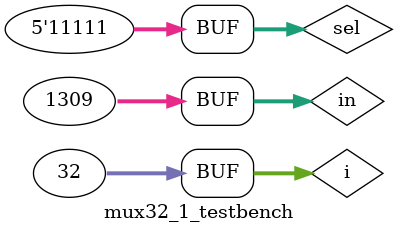
<source format=sv>
`timescale 1 ps / 100 fs

module mux32_1(sel,in,out);
	input logic [4:0]sel;
	input logic [31:0]in;
	output logic out;
	
	logic [1:0]selout;
	
	mux16_1 m1(sel[3:0],in[15:0],selout[0]);
	mux16_1 m2(sel[3:0],in[31:16],selout[1]);
	mux2_1 m3(sel[4],selout,out);

endmodule

module mux32_1_testbench();
 logic [31:0] in;
 logic [4:0] sel;
 logic out;
 

 mux32_1 m1 (.sel, .in, .out);

 // Try all combinations of inputs.
 integer i;
 initial begin
 in = 32'd1309; 
 for(i = 0; i <32; i++) begin
 sel[4:0] = i; #10;
 end
 end
endmodule 
</source>
